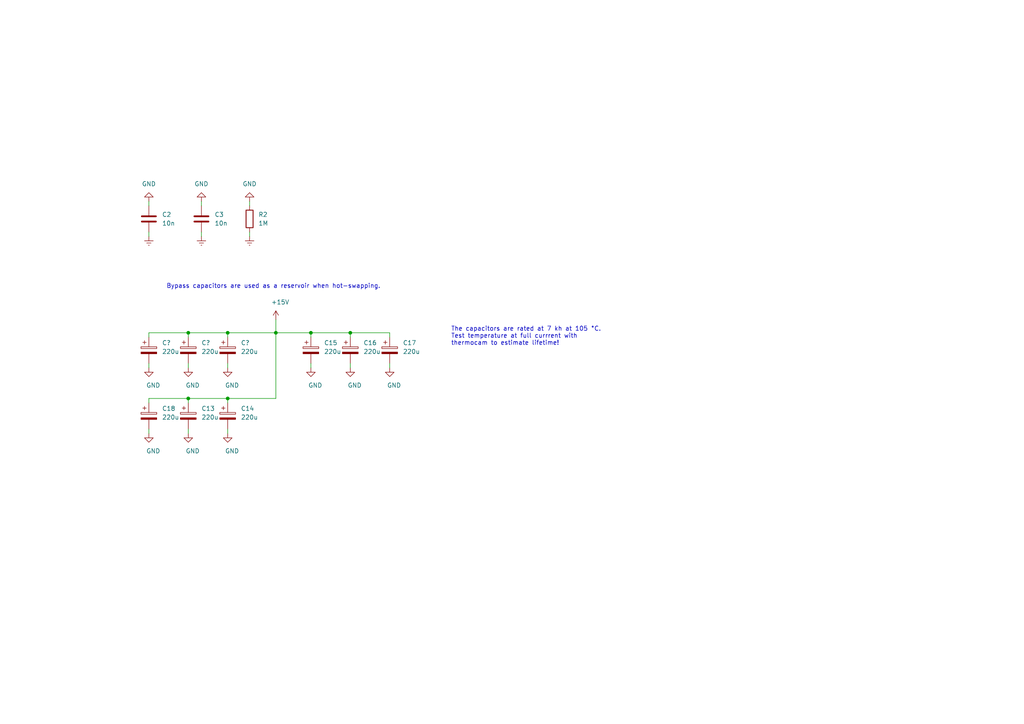
<source format=kicad_sch>
(kicad_sch (version 20230121) (generator eeschema)
  (paper "A4")
  (title_block (title "Bypass capacitors") (date "2023-10-06") (rev "2.0.0") (comment 1 "Copyright (©) 2023, Patrick Baus <patrick.baus@physik.tu-darmstadt.de>") (comment 2 "Licensed under CERN OHL v.1.2"))
  (lib_symbols
    (symbol "Device:C" (pin_numbers hide) (pin_names (offset 0.254))
      (property "Reference" "C" (at 0.635 2.54 0))
      (property "Value" "C" (at 0.635 -2.54 0))
      (symbol "C_0_1"
        (polyline (pts (xy -2.032 -0.762) (xy 2.032 -0.762)) (stroke (width 0.508)))
        (polyline (pts (xy -2.032 0.762) (xy 2.032 0.762)) (stroke (width 0.508)))
      )
      (symbol "C_1_1"
        (pin passive line (at 0 3.81 270) (length 2.794) (name "~") (number "1"))
        (pin passive line (at 0 -3.81 90) (length 2.794) (name "~") (number "2"))
      )
    )
    (symbol "Device:C_Polarized" (pin_numbers hide) (pin_names (offset 0.254))
      (property "Reference" "C" (at 0.635 2.54 0))
      (property "Value" "C_Polarized" (at 0.635 -2.54 0))
      (symbol "C_Polarized_0_1"
        (rectangle (start -2.286 0.508) (end 2.286 1.016))
        (polyline (pts (xy -1.778 2.286) (xy -0.762 2.286)))
        (polyline (pts (xy -1.27 2.794) (xy -1.27 1.778)))
        (rectangle (start 2.286 -0.508) (end -2.286 -1.016) (fill (type outline)))
      )
      (symbol "C_Polarized_1_1"
        (pin passive line (at 0 3.81 270) (length 2.794) (name "~") (number "1"))
        (pin passive line (at 0 -3.81 90) (length 2.794) (name "~") (number "2"))
      )
    )
    (symbol "Device:R" (pin_numbers hide) (pin_names (offset 0))
      (property "Reference" "R" (at 2.032 0 90))
      (property "Value" "R" (at 0 0 90))
      (symbol "R_0_1"
        (rectangle (start -1.016 -2.54) (end 1.016 2.54) (stroke (width 0.254)))
      )
      (symbol "R_1_1"
        (pin passive line (at 0 3.81 270) (length 1.27) (name "~") (number "1"))
        (pin passive line (at 0 -3.81 90) (length 1.27) (name "~") (number "2"))
      )
    )
    (symbol "power:+15V" (power) (pin_names (offset 0))
      (property "Value" "+15V" (at 0 3.556 0))
      (symbol "+15V_0_1"
        (polyline (pts (xy -0.762 1.27) (xy 0 2.54)))
        (polyline (pts (xy 0 0) (xy 0 2.54)))
        (polyline (pts (xy 0 2.54) (xy 0.762 1.27)))
      )
      (symbol "+15V_1_1"
        (pin power_in line (at 0 0 90) (length 0) hide (name "+15V") (number "1"))
      )
    )
    (symbol "power:Earth" (power) (pin_names (offset 0))
      (symbol "Earth_0_1"
        (polyline (pts (xy -0.635 -1.905) (xy 0.635 -1.905)))
        (polyline (pts (xy -0.127 -2.54) (xy 0.127 -2.54)))
        (polyline (pts (xy 0 -1.27) (xy 0 0)))
        (polyline (pts (xy 1.27 -1.27) (xy -1.27 -1.27)))
      )
      (symbol "Earth_1_1"
        (pin power_in line (at 0 0 270) (length 0) hide (name "Earth") (number "1"))
      )
    )
    (symbol "power:GND" (power) (pin_names (offset 0))
      (property "Value" "GND" (at 0 -3.81 0))
      (symbol "GND_0_1"
        (polyline (pts (xy 0 0) (xy 0 -1.27) (xy 1.27 -1.27) (xy 0 -2.54) (xy -1.27 -1.27) (xy 0 -1.27)))
      )
      (symbol "GND_1_1"
        (pin power_in line (at 0 0 270) (length 0) hide (name "GND") (number "1"))
      )
    )
  )
  (junction (at 66.04 96.52))
  (junction (at 80.01 96.52))
  (junction (at 101.6 96.52))
  (junction (at 90.17 96.52))
  (junction (at 66.04 115.57))
  (junction (at 54.61 115.57))
  (junction (at 54.61 96.52))
  (wire (pts (xy 80.01 115.57) (xy 80.01 96.52)))
  (wire (pts (xy 80.01 115.57) (xy 66.04 115.57)))
  (wire (pts (xy 43.18 124.46) (xy 43.18 125.73)))
  (wire (pts (xy 43.18 115.57) (xy 43.18 116.84)))
  (wire (pts (xy 101.6 105.41) (xy 101.6 106.68)))
  (wire (pts (xy 54.61 105.41) (xy 54.61 106.68)))
  (wire (pts (xy 113.03 96.52) (xy 101.6 96.52)))
  (wire (pts (xy 90.17 96.52) (xy 90.17 97.79)))
  (wire (pts (xy 66.04 124.46) (xy 66.04 125.73)))
  (wire (pts (xy 72.39 58.42) (xy 72.39 59.69)))
  (wire (pts (xy 43.18 67.31) (xy 43.18 68.58)))
  (wire (pts (xy 54.61 96.52) (xy 66.04 96.52)))
  (wire (pts (xy 54.61 124.46) (xy 54.61 125.73)))
  (wire (pts (xy 80.01 96.52) (xy 66.04 96.52)))
  (wire (pts (xy 66.04 96.52) (xy 66.04 97.79)))
  (wire (pts (xy 101.6 96.52) (xy 90.17 96.52)))
  (wire (pts (xy 54.61 115.57) (xy 54.61 116.84)))
  (wire (pts (xy 90.17 105.41) (xy 90.17 106.68)))
  (wire (pts (xy 66.04 105.41) (xy 66.04 106.68)))
  (wire (pts (xy 101.6 96.52) (xy 101.6 97.79)))
  (wire (pts (xy 43.18 58.42) (xy 43.18 59.69)))
  (wire (pts (xy 58.42 67.31) (xy 58.42 68.58)))
  (wire (pts (xy 113.03 105.41) (xy 113.03 106.68)))
  (wire (pts (xy 54.61 115.57) (xy 43.18 115.57)))
  (wire (pts (xy 66.04 115.57) (xy 66.04 116.84)))
  (wire (pts (xy 66.04 115.57) (xy 54.61 115.57)))
  (wire (pts (xy 43.18 105.41) (xy 43.18 106.68)))
  (wire (pts (xy 58.42 58.42) (xy 58.42 59.69)))
  (wire (pts (xy 43.18 96.52) (xy 43.18 97.79)))
  (wire (pts (xy 54.61 96.52) (xy 54.61 97.79)))
  (wire (pts (xy 54.61 96.52) (xy 43.18 96.52)))
  (wire (pts (xy 80.01 96.52) (xy 80.01 92.71)))
  (wire (pts (xy 113.03 97.79) (xy 113.03 96.52)))
  (wire (pts (xy 80.01 96.52) (xy 90.17 96.52)))
  (wire (pts (xy 72.39 67.31) (xy 72.39 68.58)))
  (text "The capacitors are rated at 7 kh at 105 °C.\nTest temperature at full currrent with\nthermocam to estimate lifetime!" (at 130.81 100.33 0) (effects (font (size 1.27 1.27)) (justify left bottom)))
  (text "Bypass capacitors are used as a reservoir when hot-swapping." (at 48.26 83.82 0) (effects (font (size 1.27 1.27)) (justify left bottom)))
  (symbol (lib_id "Device:C") (at 43.18 63.5 0) (unit 1)
    (property "Reference" "C2" (at 46.99 62.23 0) (effects (justify left)))
    (property "Value" "10n" (at 46.99 64.77 0) (effects (justify left)))
    (property "Footprint" "Capacitor_SMD:C_0603_1608Metric" (effects hide))
    (property "MFN" "Kemet" (effects hide))
    (property "PN" "C0603C103K2RECAUTO" (effects hide))
    (property "Note" ">= 200V" (effects hide))
    (property "Temperature" "Tstorage = –55 °C to 155 °C" (effects hide))
    (property "RoHS" "Yes" (effects hide))
    (property "digikey#" "399-14191-1-ND" (effects hide))
  )
  (symbol (lib_id "power:Earth") (at 43.18 68.58 0) (unit 1)
    (property "Reference" "#PWR0173" (effects hide))
    (property "Value" "Earth" (effects hide))
  )
  (symbol (lib_id "power:GND") (at 43.18 58.42 180) (unit 1)
    (property "Reference" "#PWR0174" (effects hide))
    (property "Value" "GND" (at 43.18 53.34 0))
  )
  (symbol (lib_id "Device:C") (at 58.42 63.5 0) (unit 1)
    (property "Reference" "C3" (at 62.23 62.23 0) (effects (justify left)))
    (property "Value" "10n" (at 62.23 64.77 0) (effects (justify left)))
    (property "Footprint" "Capacitor_SMD:C_0603_1608Metric" (effects hide))
    (property "MFN" "Kemet" (effects hide))
    (property "PN" "C0603C103K2RECAUTO" (effects hide))
    (property "Note" ">= 200V" (effects hide))
    (property "Temperature" "Tstorage = –55 °C to 155 °C" (effects hide))
    (property "RoHS" "Yes" (effects hide))
    (property "digikey#" "399-14191-1-ND" (effects hide))
  )
  (symbol (lib_id "power:Earth") (at 58.42 68.58 0) (unit 1)
    (property "Reference" "#PWR0175" (effects hide))
    (property "Value" "Earth" (effects hide))
  )
  (symbol (lib_id "power:GND") (at 58.42 58.42 180) (unit 1)
    (property "Reference" "#PWR0176" (effects hide))
    (property "Value" "GND" (at 58.42 53.34 0))
  )
  (symbol (lib_id "Device:R") (at 72.39 63.5 0) (unit 1)
    (property "Reference" "R2" (at 74.93 62.23 0) (effects (justify left)))
    (property "Value" "1M" (at 74.93 64.77 0) (effects (justify left)))
    (property "Footprint" "Resistor_SMD:R_0805_2012Metric" (effects hide))
    (property "MFN" "Panasonic" (effects hide))
    (property "PN" "ERJP06F1004V" (effects hide))
    (property "Note" "200V" (effects hide))
    (property "Temperature" "Tstorage = –55 °C to 155 °C" (effects hide))
    (property "RoHS" "By exemption" (effects hide))
  )
  (symbol (lib_id "power:Earth") (at 72.39 68.58 0) (unit 1)
    (property "Reference" "#PWR0185" (effects hide))
    (property "Value" "Earth" (effects hide))
  )
  (symbol (lib_id "power:GND") (at 72.39 58.42 180) (unit 1)
    (property "Reference" "#PWR0186" (effects hide))
    (property "Value" "GND" (at 72.39 53.34 0))
  )
  (symbol (lib_id "Device:C_Polarized") (at 54.61 120.65 0) (unit 1)
    (property "Reference" "C13" (at 58.42 118.491 0) (effects (justify left)))
    (property "Value" "220u" (at 58.42 121.031 0) (effects (justify left)))
    (property "Footprint" "Capacitor_THT:CP_Radial_D8.0mm_P3.50mm" (effects hide))
    (property "MFN" "Rubycon" (effects hide))
    (property "PN" "35YXJ220M8X11.5" (effects hide))
    (property "Temperature" "Tstorage = –40 °C to 105 °C" (effects hide))
    (property "RoHS" "Yes" (effects hide))
    (instances (project "main" (path "" (reference "C13") (unit 1)) (path "" (reference "C11") (unit 1))))
  )
  (symbol (lib_id "power:GND") (at 66.04 106.68 0) (unit 1)
    (property "Reference" "#PWR?" (effects hide))
    (property "Value" "GND" (at 67.31 111.76 0))
    (instances (project "main" (path "" (reference "#PWR?") (unit 1)) (path "" (reference "#PWR020") (unit 1)) (path "" (reference "#PWR023") (unit 1))))
  )
  (symbol (lib_id "power:GND") (at 43.18 125.73 0) (unit 1)
    (property "Reference" "#PWR?" (effects hide))
    (property "Value" "GND" (at 44.45 130.81 0))
    (instances (project "main" (path "" (reference "#PWR?") (unit 1)) (path "" (reference "#PWR023") (unit 1)) (path "" (reference "#PWR020") (unit 1))))
  )
  (symbol (lib_id "power:+15V") (at 80.01 92.71 0) (unit 1)
    (property "Reference" "#PWR?" (effects hide))
    (property "Value" "+15V" (at 81.28 87.63 0))
    (instances (project "main" (path "" (reference "#PWR?") (unit 1)) (path "" (reference "#PWR019") (unit 1)) (path "" (reference "#PWR025") (unit 1))))
  )
  (symbol (lib_id "Device:C_Polarized") (at 43.18 120.65 0) (unit 1)
    (property "Reference" "C18" (at 46.99 118.491 0) (effects (justify left)))
    (property "Value" "220u" (at 46.99 121.031 0) (effects (justify left)))
    (property "Footprint" "Capacitor_THT:CP_Radial_D8.0mm_P3.50mm" (effects hide))
    (property "MFN" "Rubycon" (effects hide))
    (property "PN" "35YXJ220M8X11.5" (effects hide))
    (property "Temperature" "Tstorage = –40 °C to 105 °C" (effects hide))
    (property "RoHS" "Yes" (effects hide))
    (instances (project "main" (path "" (reference "C18") (unit 1)) (path "" (reference "C15") (unit 1))))
  )
  (symbol (lib_id "Device:C_Polarized") (at 43.18 101.6 0) (unit 1)
    (property "Reference" "C?" (at 46.99 99.441 0) (effects (justify left)))
    (property "Value" "220u" (at 46.99 101.981 0) (effects (justify left)))
    (property "Footprint" "Capacitor_THT:CP_Radial_D8.0mm_P3.50mm" (effects hide))
    (property "MFN" "Rubycon" (effects hide))
    (property "PN" "35YXJ220M8X11.5" (effects hide))
    (property "Temperature" "Tstorage = –40 °C to 105 °C" (effects hide))
    (property "RoHS" "Yes" (effects hide))
    (instances (project "main" (path "" (reference "C?") (unit 1)) (path "" (reference "C14") (unit 1))))
  )
  (symbol (lib_id "power:GND") (at 54.61 125.73 0) (unit 1)
    (property "Reference" "#PWR?" (effects hide))
    (property "Value" "GND" (at 55.88 130.81 0))
    (instances (project "main" (path "" (reference "#PWR?") (unit 1)) (path "" (reference "#PWR024") (unit 1)) (path "" (reference "#PWR022") (unit 1))))
  )
  (symbol (lib_id "power:GND") (at 113.03 106.68 0) (unit 1)
    (property "Reference" "#PWR?" (effects hide))
    (property "Value" "GND" (at 114.3 111.76 0))
    (instances (project "main" (path "" (reference "#PWR?") (unit 1)) (path "" (reference "#PWR028") (unit 1)) (path "" (reference "#PWR028") (unit 1))))
  )
  (symbol (lib_id "Device:C_Polarized") (at 90.17 101.6 0) (unit 1)
    (property "Reference" "C15" (at 93.98 99.441 0) (effects (justify left)))
    (property "Value" "220u" (at 93.98 101.981 0) (effects (justify left)))
    (property "Footprint" "Capacitor_THT:CP_Radial_D8.0mm_P3.50mm" (effects hide))
    (property "MFN" "Rubycon" (effects hide))
    (property "PN" "35YXJ220M8X11.5" (effects hide))
    (property "Temperature" "Tstorage = –40 °C to 105 °C" (effects hide))
    (property "RoHS" "Yes" (effects hide))
    (instances (project "main" (path "" (reference "C15") (unit 1)) (path "" (reference "C8") (unit 1))))
  )
  (symbol (lib_id "power:GND") (at 66.04 125.73 0) (unit 1)
    (property "Reference" "#PWR?" (effects hide))
    (property "Value" "GND" (at 67.31 130.81 0))
    (instances (project "main" (path "" (reference "#PWR?") (unit 1)) (path "" (reference "#PWR025") (unit 1)) (path "" (reference "#PWR024") (unit 1))))
  )
  (symbol (lib_id "Device:C_Polarized") (at 54.61 101.6 0) (unit 1)
    (property "Reference" "C?" (at 58.42 99.441 0) (effects (justify left)))
    (property "Value" "220u" (at 58.42 101.981 0) (effects (justify left)))
    (property "Footprint" "Capacitor_THT:CP_Radial_D8.0mm_P3.50mm" (effects hide))
    (property "MFN" "Rubycon" (effects hide))
    (property "PN" "35YXJ220M8X11.5" (effects hide))
    (property "Temperature" "Tstorage = –40 °C to 105 °C" (effects hide))
    (property "RoHS" "Yes" (effects hide))
    (instances (project "main" (path "" (reference "C?") (unit 1)) (path "" (reference "C16") (unit 1))))
  )
  (symbol (lib_id "Device:C_Polarized") (at 113.03 101.6 0) (unit 1)
    (property "Reference" "C17" (at 116.84 99.441 0) (effects (justify left)))
    (property "Value" "220u" (at 116.84 101.981 0) (effects (justify left)))
    (property "Footprint" "Capacitor_THT:CP_Radial_D8.0mm_P3.50mm" (effects hide))
    (property "MFN" "Rubycon" (effects hide))
    (property "PN" "35YXJ220M8X11.5" (effects hide))
    (property "Temperature" "Tstorage = –40 °C to 105 °C" (effects hide))
    (property "RoHS" "Yes" (effects hide))
    (instances (project "main" (path "" (reference "C17") (unit 1)) (path "" (reference "C9") (unit 1))))
  )
  (symbol (lib_id "Device:C_Polarized") (at 66.04 120.65 0) (unit 1)
    (property "Reference" "C14" (at 69.85 118.491 0) (effects (justify left)))
    (property "Value" "220u" (at 69.85 121.031 0) (effects (justify left)))
    (property "Footprint" "Capacitor_THT:CP_Radial_D8.0mm_P3.50mm" (effects hide))
    (property "MFN" "Rubycon" (effects hide))
    (property "PN" "35YXJ220M8X11.5" (effects hide))
    (property "Temperature" "Tstorage = –40 °C to 105 °C" (effects hide))
    (property "RoHS" "Yes" (effects hide))
    (instances (project "main" (path "" (reference "C14") (unit 1)) (path "" (reference "C13") (unit 1))))
  )
  (symbol (lib_id "power:GND") (at 43.18 106.68 0) (unit 1)
    (property "Reference" "#PWR?" (effects hide))
    (property "Value" "GND" (at 44.45 111.76 0))
    (instances (project "main" (path "" (reference "#PWR?") (unit 1)) (path "" (reference "#PWR022") (unit 1)) (path "" (reference "#PWR019") (unit 1))))
  )
  (symbol (lib_id "power:GND") (at 54.61 106.68 0) (unit 1)
    (property "Reference" "#PWR?" (effects hide))
    (property "Value" "GND" (at 55.88 111.76 0))
    (instances (project "main" (path "" (reference "#PWR?") (unit 1)) (path "" (reference "#PWR021") (unit 1)) (path "" (reference "#PWR021") (unit 1))))
  )
  (symbol (lib_id "power:GND") (at 90.17 106.68 0) (unit 1)
    (property "Reference" "#PWR?" (effects hide))
    (property "Value" "GND" (at 91.44 111.76 0))
    (instances (project "main" (path "" (reference "#PWR?") (unit 1)) (path "" (reference "#PWR026") (unit 1)) (path "" (reference "#PWR026") (unit 1))))
  )
  (symbol (lib_id "Device:C_Polarized") (at 66.04 101.6 0) (unit 1)
    (property "Reference" "C?" (at 69.85 99.441 0) (effects (justify left)))
    (property "Value" "220u" (at 69.85 101.981 0) (effects (justify left)))
    (property "Footprint" "Capacitor_THT:CP_Radial_D8.0mm_P3.50mm" (effects hide))
    (property "MFN" "Rubycon" (effects hide))
    (property "PN" "35YXJ220M8X11.5" (effects hide))
    (property "Temperature" "Tstorage = –40 °C to 105 °C" (effects hide))
    (property "RoHS" "Yes" (effects hide))
    (instances (project "main" (path "" (reference "C?") (unit 1)) (path "" (reference "C12") (unit 1))))
  )
  (symbol (lib_id "Device:C_Polarized") (at 101.6 101.6 0) (unit 1)
    (property "Reference" "C16" (at 105.41 99.441 0) (effects (justify left)))
    (property "Value" "220u" (at 105.41 101.981 0) (effects (justify left)))
    (property "Footprint" "Capacitor_THT:CP_Radial_D8.0mm_P3.50mm" (effects hide))
    (property "MFN" "Rubycon" (effects hide))
    (property "PN" "35YXJ220M8X11.5" (effects hide))
    (property "Temperature" "Tstorage = –40 °C to 105 °C" (effects hide))
    (property "RoHS" "Yes" (effects hide))
    (instances (project "main" (path "" (reference "C16") (unit 1)) (path "" (reference "C10") (unit 1))))
  )
  (symbol (lib_id "power:GND") (at 101.6 106.68 0) (unit 1)
    (property "Reference" "#PWR?" (effects hide))
    (property "Value" "GND" (at 102.87 111.76 0))
    (instances (project "main" (path "" (reference "#PWR?") (unit 1)) (path "" (reference "#PWR027") (unit 1)) (path "" (reference "#PWR027") (unit 1))))
  )
)
</source>
